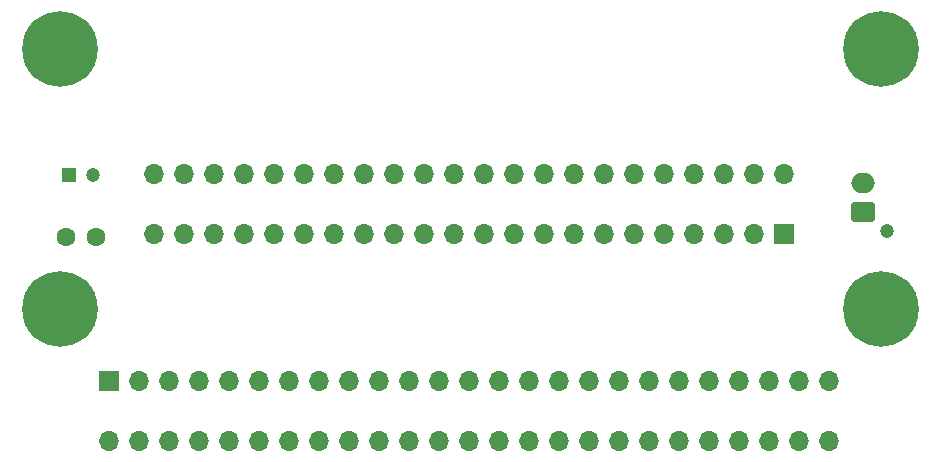
<source format=gbr>
G04 #@! TF.GenerationSoftware,KiCad,Pcbnew,(7.0.0-0)*
G04 #@! TF.CreationDate,2023-03-11T21:02:25+00:00*
G04 #@! TF.ProjectId,EXT700,45585437-3030-42e6-9b69-6361645f7063,rev?*
G04 #@! TF.SameCoordinates,Original*
G04 #@! TF.FileFunction,Soldermask,Bot*
G04 #@! TF.FilePolarity,Negative*
%FSLAX46Y46*%
G04 Gerber Fmt 4.6, Leading zero omitted, Abs format (unit mm)*
G04 Created by KiCad (PCBNEW (7.0.0-0)) date 2023-03-11 21:02:25*
%MOMM*%
%LPD*%
G01*
G04 APERTURE LIST*
G04 Aperture macros list*
%AMRoundRect*
0 Rectangle with rounded corners*
0 $1 Rounding radius*
0 $2 $3 $4 $5 $6 $7 $8 $9 X,Y pos of 4 corners*
0 Add a 4 corners polygon primitive as box body*
4,1,4,$2,$3,$4,$5,$6,$7,$8,$9,$2,$3,0*
0 Add four circle primitives for the rounded corners*
1,1,$1+$1,$2,$3*
1,1,$1+$1,$4,$5*
1,1,$1+$1,$6,$7*
1,1,$1+$1,$8,$9*
0 Add four rect primitives between the rounded corners*
20,1,$1+$1,$2,$3,$4,$5,0*
20,1,$1+$1,$4,$5,$6,$7,0*
20,1,$1+$1,$6,$7,$8,$9,0*
20,1,$1+$1,$8,$9,$2,$3,0*%
G04 Aperture macros list end*
%ADD10O,1.700000X1.700000*%
%ADD11R,1.700000X1.700000*%
%ADD12R,1.200000X1.200000*%
%ADD13C,1.200000*%
%ADD14RoundRect,0.250000X0.750000X-0.600000X0.750000X0.600000X-0.750000X0.600000X-0.750000X-0.600000X0*%
%ADD15O,2.000000X1.700000*%
%ADD16C,0.800000*%
%ADD17C,6.400000*%
%ADD18C,1.600000*%
G04 APERTURE END LIST*
D10*
X135719999Y-86419999D03*
X135719999Y-91499999D03*
X138259999Y-86419999D03*
X138259999Y-91499999D03*
X140799999Y-86419999D03*
X140799999Y-91499999D03*
X143339999Y-86419999D03*
X143339999Y-91499999D03*
X145879999Y-86419999D03*
X145879999Y-91499999D03*
X148419999Y-86419999D03*
X148419999Y-91499999D03*
X150959999Y-86419999D03*
X150959999Y-91499999D03*
X153499999Y-86419999D03*
X153499999Y-91499999D03*
X156039999Y-86419999D03*
X156039999Y-91499999D03*
X158579999Y-86419999D03*
X158579999Y-91499999D03*
X161119999Y-86419999D03*
X161119999Y-91499999D03*
X163659999Y-86419999D03*
X163659999Y-91499999D03*
X166199999Y-86419999D03*
X166199999Y-91499999D03*
X168739999Y-86419999D03*
X168739999Y-91499999D03*
X171279999Y-86419999D03*
X171279999Y-91499999D03*
X173819999Y-86419999D03*
X173819999Y-91499999D03*
X176359999Y-86419999D03*
X176359999Y-91499999D03*
X178899999Y-86419999D03*
X178899999Y-91499999D03*
X181439999Y-86419999D03*
X181439999Y-91499999D03*
X183979999Y-86419999D03*
X183979999Y-91499999D03*
X186519999Y-86419999D03*
X186519999Y-91499999D03*
X189059999Y-86419999D03*
D11*
X189059999Y-91499999D03*
X131879999Y-103919999D03*
D10*
X131879999Y-108999999D03*
X134419999Y-103919999D03*
X134419999Y-108999999D03*
X136959999Y-103919999D03*
X136959999Y-108999999D03*
X139499999Y-103919999D03*
X139499999Y-108999999D03*
X142039999Y-103919999D03*
X142039999Y-108999999D03*
X144579999Y-103919999D03*
X144579999Y-108999999D03*
X147119999Y-103919999D03*
X147119999Y-108999999D03*
X149659999Y-103919999D03*
X149659999Y-108999999D03*
X152199999Y-103919999D03*
X152199999Y-108999999D03*
X154739999Y-103919999D03*
X154739999Y-108999999D03*
X157279999Y-103919999D03*
X157279999Y-108999999D03*
X159819999Y-103919999D03*
X159819999Y-108999999D03*
X162359999Y-103919999D03*
X162359999Y-108999999D03*
X164899999Y-103919999D03*
X164899999Y-108999999D03*
X167439999Y-103919999D03*
X167439999Y-108999999D03*
X169979999Y-103919999D03*
X169979999Y-108999999D03*
X172519999Y-103919999D03*
X172519999Y-108999999D03*
X175059999Y-103919999D03*
X175059999Y-108999999D03*
X177599999Y-103919999D03*
X177599999Y-108999999D03*
X180139999Y-103919999D03*
X180139999Y-108999999D03*
X182679999Y-103919999D03*
X182679999Y-108999999D03*
X185219999Y-103919999D03*
X185219999Y-108999999D03*
X187759999Y-103919999D03*
X187759999Y-108999999D03*
X190299999Y-103919999D03*
X190299999Y-108999999D03*
X192839999Y-103919999D03*
X192839999Y-108999999D03*
D12*
X128499999Y-86499999D03*
D13*
X130500000Y-86500000D03*
X197725000Y-91250000D03*
D14*
X195725000Y-89650000D03*
D15*
X195724999Y-87149999D03*
D16*
X194850000Y-97850000D03*
X195552944Y-96152944D03*
X195552944Y-99547056D03*
X197250000Y-95450000D03*
D17*
X197250000Y-97850000D03*
D16*
X197250000Y-100250000D03*
X198947056Y-96152944D03*
X198947056Y-99547056D03*
X199650000Y-97850000D03*
X125350000Y-75802900D03*
X126052944Y-74105844D03*
X126052944Y-77499956D03*
X127750000Y-73402900D03*
D17*
X127750000Y-75802900D03*
D16*
X127750000Y-78202900D03*
X129447056Y-74105844D03*
X129447056Y-77499956D03*
X130150000Y-75802900D03*
X194850000Y-75850000D03*
X195552944Y-74152944D03*
X195552944Y-77547056D03*
X197250000Y-73450000D03*
D17*
X197250000Y-75850000D03*
D16*
X197250000Y-78250000D03*
X198947056Y-74152944D03*
X198947056Y-77547056D03*
X199650000Y-75850000D03*
X125350000Y-97850000D03*
X126052944Y-96152944D03*
X126052944Y-99547056D03*
X127750000Y-95450000D03*
D17*
X127750000Y-97850000D03*
D16*
X127750000Y-100250000D03*
X129447056Y-96152944D03*
X129447056Y-99547056D03*
X130150000Y-97850000D03*
D18*
X128250000Y-91750000D03*
X130750000Y-91750000D03*
M02*

</source>
